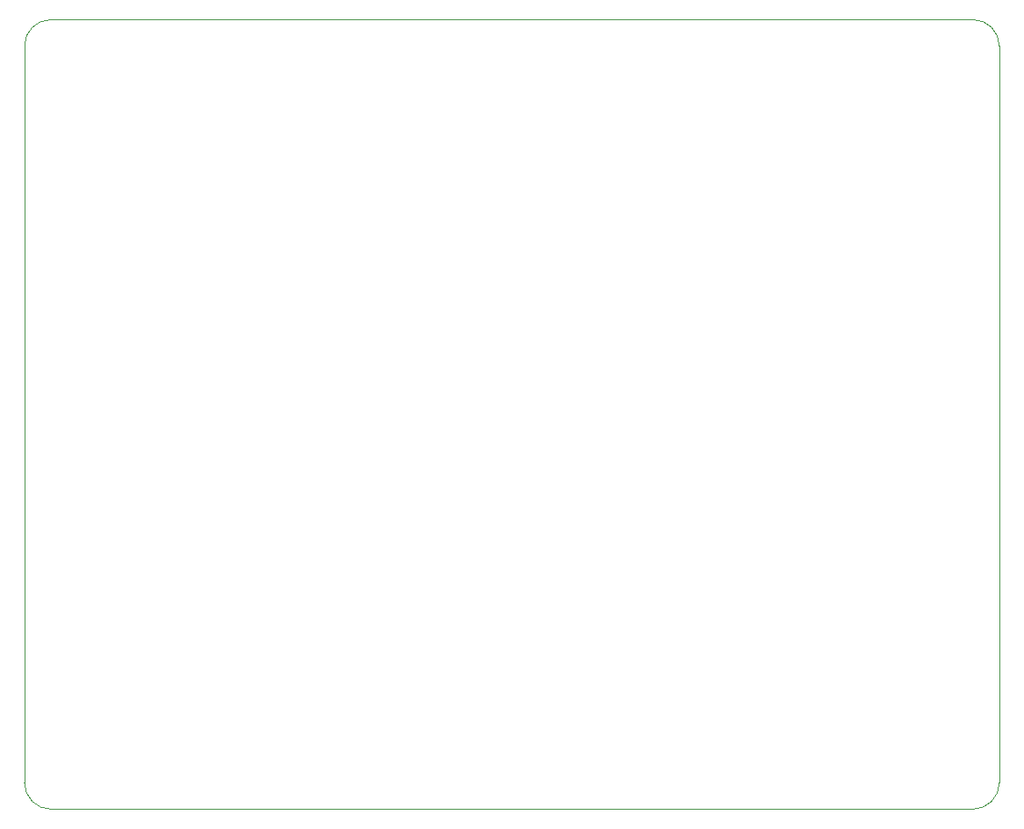
<source format=gbr>
%TF.GenerationSoftware,Altium Limited,Altium Designer,24.2.2 (26)*%
G04 Layer_Color=0*
%FSLAX45Y45*%
%MOMM*%
%TF.SameCoordinates,A4C595DC-B1F2-44DB-B2EC-003EFFDD1F8B*%
%TF.FilePolarity,Positive*%
%TF.FileFunction,Profile,NP*%
%TF.Part,Single*%
G01*
G75*
%TA.AperFunction,Profile*%
%ADD84C,0.02540*%
D84*
X5969000Y4572000D02*
Y11684000D01*
D02*
G02*
X6223000Y11938000I254000J0D01*
G01*
X15113000D01*
D02*
G02*
X15367000Y11684000I0J-254000D01*
G01*
Y4572000D01*
D02*
G02*
X15113000Y4318000I-254000J0D01*
G01*
X6223000D01*
D02*
G02*
X5969000Y4572000I0J254000D01*
G01*
%TF.MD5,85faac214376f83099147a0d91a8616b*%
M02*

</source>
